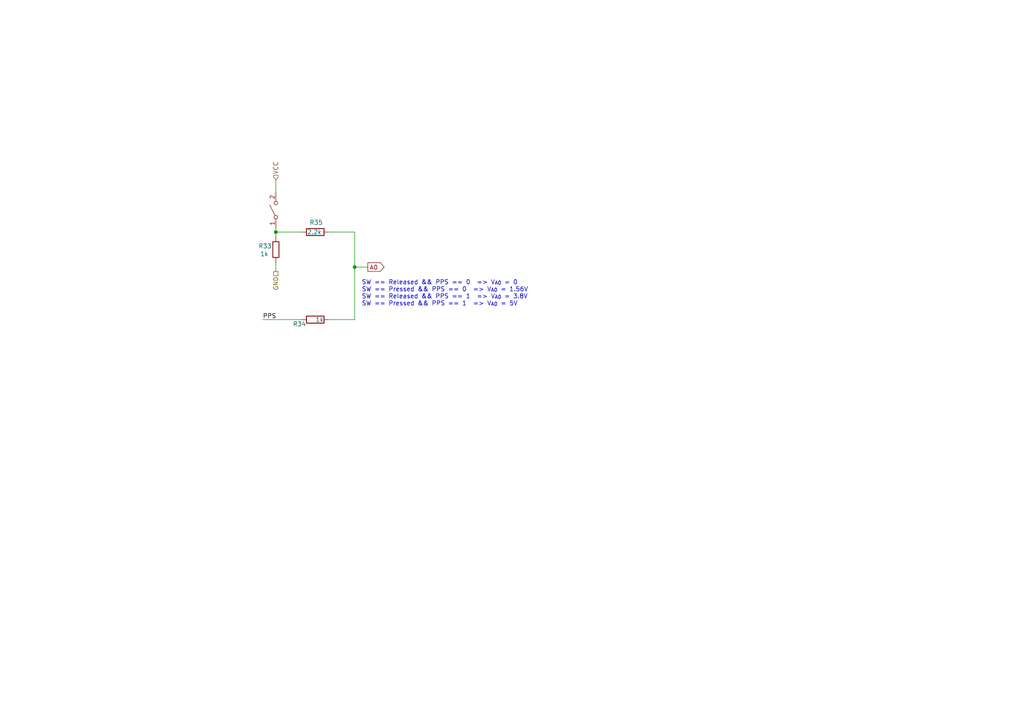
<source format=kicad_sch>
(kicad_sch (version 20231120) (generator "eeschema") (generator_version "8.0")
  (paper "A4")
  (title_block (title "MCU Crystal oscillator") (date "2024-04-17") (rev "1.0"))
  (lib_symbols
    (symbol "Device:R" (pin_numbers hide) (pin_names (offset 0))
      (property "Reference" "R" (at 2.032 0 90))
      (property "Value" "R" (at 0 0 90))
      (symbol "R_0_1"
        (rectangle (start -1.016 -2.54) (end 1.016 2.54) (stroke (width 0.254)))
      )
      (symbol "R_1_1"
        (pin passive line (at 0 3.81 270) (length 1.27) (name "~") (number "1"))
        (pin passive line (at 0 -3.81 90) (length 1.27) (name "~") (number "2"))
      )
    )
    (symbol "PCM_SL_Devices:Resistor_0.5W"
      (property "Reference" "R" (at 0 5.08 0))
      (property "Value" "Resistor_0.5W" (at 0 2.54 0))
      (symbol "Resistor_0.5W_0_1"
        (rectangle (start -2.286 0.889) (end 2.286 -0.889) (stroke (width 0.24)))
      )
      (symbol "Resistor_0.5W_1_1"
        (pin passive line (at -3.81 0 0) (length 1.5) (name "") (number "1"))
        (pin passive line (at 3.81 0 180) (length 1.5) (name "~") (number "2"))
      )
    )
    (symbol "Switch:SW_DPST_x2" (pin_names (offset 0) hide)
      (property "Reference" "SW" (at 0 3.175 0))
      (property "Value" "SW_DPST_x2" (at 0 -2.54 0))
      (symbol "SW_DPST_x2_0_0"
        (circle (center -2.032 0) (radius 0.508))
        (polyline (pts (xy -1.524 0.254) (xy 1.524 1.778)))
        (circle (center 2.032 0) (radius 0.508))
      )
      (symbol "SW_DPST_x2_1_1"
        (pin passive line (at -5.08 0 0) (length 2.54) (name "A") (number "1"))
        (pin passive line (at 5.08 0 180) (length 2.54) (name "B") (number "2"))
      )
      (symbol "SW_DPST_x2_2_1"
        (pin passive line (at -5.08 0 0) (length 2.54) (name "A") (number "3"))
        (pin passive line (at 5.08 0 180) (length 2.54) (name "B") (number "4"))
      )
    )
  )
  (junction (at 80.01 67.31))
  (junction (at 102.87 77.47))
  (wire (pts (xy 102.87 77.47) (xy 102.87 92.71)))
  (wire (pts (xy 102.87 77.47) (xy 106.68 77.47)))
  (wire (pts (xy 102.87 92.71) (xy 95.25 92.71)))
  (wire (pts (xy 76.2 92.71) (xy 87.63 92.71)))
  (wire (pts (xy 80.01 67.31) (xy 87.63 67.31)))
  (wire (pts (xy 80.01 52.07) (xy 80.01 55.88)))
  (wire (pts (xy 80.01 66.04) (xy 80.01 67.31)))
  (wire (pts (xy 95.25 67.31) (xy 102.87 67.31)))
  (wire (pts (xy 80.01 76.2) (xy 80.01 78.74)))
  (wire (pts (xy 102.87 67.31) (xy 102.87 77.47)))
  (wire (pts (xy 80.01 67.31) (xy 80.01 68.58)))
  (text "SW == Released && PPS == 0  => V_{A0} = 0\nSW == Pressed && PPS == 0  => V_{A0} = 1.56V\nSW == Released && PPS == 1  => V_{A0} = 3.8V\nSW == Pressed && PPS == 1  => V_{A0} = 5V" (at 104.902 85.09 0) (effects (font (size 1.27 1.27)) (justify left)))
  (label "PPS" (at 76.2 92.71 0))
  (global_label "A0" (shape output) (at 106.68 77.47 0) (property "Intersheetrefs" "${INTERSHEET_REFS}" (effects (hide yes))))
  (hierarchical_label "GND" (shape passive) (at 80.01 78.74 270))
  (hierarchical_label "VCC" (shape input) (at 80.01 52.07 90))
  (symbol (lib_id "Switch:SW_DPST_x2") (at 80.01 60.96 90) (unit 1)
    (property "Reference" "SW6" (effects (hide yes)))
    (property "Value" "SW_B" (effects (hide yes)))
    (property "Footprint" "Button_Switch_THT:SW_PUSH_6mm_H8mm" (effects (hide yes)))
    (property "Description" "Single Pole Single Throw (SPST) switch, separate symbol" (effects (hide yes)))
  )
  (symbol (lib_id "PCM_SL_Devices:Resistor_0.5W") (at 80.01 72.39 270) (unit 1)
    (property "Reference" "R33" (at 74.93 71.374 90) (effects (justify left)))
    (property "Value" "1k" (at 75.438 73.66 90) (effects (justify left)))
    (property "Footprint" "Resistor_THT:R_Axial_DIN0207_L6.3mm_D2.5mm_P7.62mm_Horizontal" (effects (hide yes)))
  )
  (symbol (lib_id "Device:R") (at 91.44 92.71 270) (unit 1)
    (property "Reference" "R34" (at 86.868 93.98 90))
    (property "Value" "1k" (at 92.71 92.71 90))
    (property "Footprint" "Resistor_THT:R_Axial_DIN0207_L6.3mm_D2.5mm_P7.62mm_Horizontal" (effects (hide yes)))
  )
  (symbol (lib_id "Device:R") (at 91.44 67.31 270) (unit 1)
    (property "Reference" "R35" (at 91.694 64.516 90))
    (property "Value" "2.2k" (at 91.186 67.31 90))
    (property "Footprint" "Resistor_THT:R_Axial_DIN0207_L6.3mm_D2.5mm_P7.62mm_Horizontal" (effects (hide yes)))
  )
)
</source>
